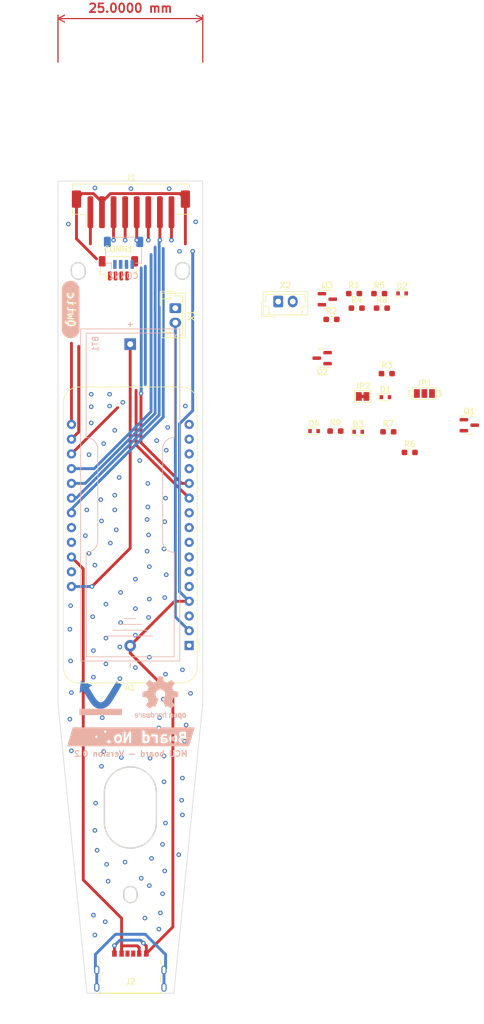
<source format=kicad_pcb>
(kicad_pcb (version 20211014) (generator pcbnew)
  (layers (0 "F.Cu" signal) (31 "B.Cu" signal) (34 "B.Paste" user) (35 "F.Paste" user) (36 "B.SilkS" user "B.Silkscreen") (37 "F.SilkS" user "F.Silkscreen") (38 "B.Mask" user) (39 "F.Mask" user) (44 "Edge.Cuts" user))
  (net 0 "")
  (net 3 "3.3V")
  (net 14 "GND")
  (net 15 "Net-(A1-Pad18)")
  (net 16 "unconnected-(A1-Pad19)")
  (net 18 "KeepAlive")
  (net 19 "Net-(A1-Pad17)")
  (net 20 "Trigger")
  (net 21 "USB_pwr")
  (net 22 "Net-(A1-Pad11)")
  (net 23 "Net-(A1-Pad12)")
  (net 24 "Net-(A1-Pad20)")
  (net 25 "Net-(A1-Pad21)")
  (net 26 "Net-(A1-Pad22)")
  (net 27 "Net-(A1-Pad23)")
  (net 28 "power for the esp32")
  (net 29 "Net-(J2-PadS1)")
  (net 30 "Net-(BT1-Pad1)")
  (net 31 "Net-(D1-Pad1)")
  (net 32 "Net-(D1-Pad2)")
  (net 33 "Net-(D2-Pad1)")
  (net 34 "Net-(D3-Pad1)")
  (net 35 "Net-(D3-Pad2)")
  (net 36 "Net-(D4-Pad1)")
  (net 37 "Net-(J2-PadA5)")
  (net 38 "Net-(J2-PadB5)")
  (net 39 "Net-(JP1-Pad2)")
  (net 40 "Net-(Q1-Pad1)")
  (net 41 "Net-(Q1-Pad2)")
  (net 42 "Net-(Q1-Pad3)")
  (net 43 "Net-(Q2-Pad1)")
  (footprint "Connector_JST:JST_EH_B2B-EH-A_1x02_P2.50mm_Vertical" (layer "F.Cu") (at 118.41 56.916 -90)
    (fp_text reference "X1" (at 1.25 -2.8 -270) (layer "F.SilkS"))
    (fp_text value "CON_JST_PH_2PIN_MTPH2")
    (pad "1" thru_hole roundrect (at 0 0 270) (size 1.7 2) (drill 1) (layers *.Cu *.Mask) (roundrect_rratio 0.1470588235) (net 39 "Net-(JP1-Pad2)"))
    (pad "2" thru_hole oval (at 2.5 0 270) (size 1.7 2) (drill 1) (layers *.Cu *.Mask) (net 30 "Net-(BT1-Pad1)"))
  )
  (footprint "Resistor_SMD:R_0603_1608Metric_Pad0.98x0.95mm_HandSolder" (layer "F.Cu") (at 154.069 56.913)
    (fp_text reference "R8" (at 0 -1.43) (layer "F.SilkS"))
    (fp_text value "100k")
    (pad "1" smd roundrect (at -0.9125 0) (size 0.975 0.95) (layers "F.Cu" "F.Paste" "F.Mask") (net 14 "GND"))
    (pad "2" smd roundrect (at 0.9125 0) (size 0.975 0.95) (layers "F.Cu" "F.Paste" "F.Mask") (net 34 "Net-(D3-Pad1)"))
  )
  (footprint "Resistor_SMD:R_0603_1608Metric_Pad0.98x0.95mm_HandSolder" (layer "F.Cu") (at 149.719 56.913)
    (fp_text reference "R4" (at 0 -1.43) (layer "F.SilkS"))
    (fp_text value "100k")
    (pad "1" smd roundrect (at -0.9125 0) (size 0.975 0.95) (layers "F.Cu" "F.Paste" "F.Mask") (net 30 "Net-(BT1-Pad1)"))
    (pad "2" smd roundrect (at 0.9125 0) (size 0.975 0.95) (layers "F.Cu" "F.Paste" "F.Mask") (net 43 "Net-(Q2-Pad1)"))
  )
  (footprint "Jumper:SolderJumper-2_P1.3mm_Bridged_Pad1.0x1.5mm" (layer "F.Cu") (at 150.749 72.136)
    (fp_text reference "JP2" (at 0 -1.8) (layer "F.SilkS"))
    (fp_text value "SolderJumper_2_Bridged")
    (fp_poly (pts (xy -0.25 -0.3) (xy 0.25 -0.3) (xy 0.25 0.3) (xy -0.25 0.3)) (layer "F.Cu") (width 0) (fill solid))
    (pad "1" smd rect (at -0.65 0) (size 1 1.5) (layers "F.Cu" "F.Mask") (net 33 "Net-(D2-Pad1)"))
    (pad "2" smd rect (at 0.65 0) (size 1 1.5) (layers "F.Cu" "F.Mask") (net 31 "Net-(D1-Pad1)"))
  )
  (footprint "Diode_SMD:D_SOD-523" (layer "F.Cu") (at 157.569 54.373)
    (fp_text reference "D2" (at 0 -1.3) (layer "F.SilkS"))
    (fp_text value "BAS516")
    (pad "1" smd rect (at -0.7 0 180) (size 0.6 0.7) (layers "F.Cu" "F.Paste" "F.Mask") (net 33 "Net-(D2-Pad1)"))
    (pad "2" smd rect (at 0.7 0 180) (size 0.6 0.7) (layers "F.Cu" "F.Paste" "F.Mask") (net 21 "USB_pwr"))
  )
  (footprint "Resistor_SMD:R_0603_1608Metric_Pad0.98x0.95mm_HandSolder" (layer "F.Cu") (at 154.9165 68.199)
    (fp_text reference "R3" (at 0 -1.43) (layer "F.SilkS"))
    (fp_text value "1k")
    (pad "1" smd roundrect (at -0.9125 0) (size 0.975 0.95) (layers "F.Cu" "F.Paste" "F.Mask") (net 31 "Net-(D1-Pad1)"))
    (pad "2" smd roundrect (at 0.9125 0) (size 0.975 0.95) (layers "F.Cu" "F.Paste" "F.Mask") (net 40 "Net-(Q1-Pad1)"))
  )
  (footprint "Diode_SMD:D_SOD-523" (layer "F.Cu") (at 154.686 72.263)
    (fp_text reference "D1" (at 0 -1.3) (layer "F.SilkS"))
    (fp_text value "BAS516")
    (pad "1" smd rect (at -0.7 0 180) (size 0.6 0.7) (layers "F.Cu" "F.Paste" "F.Mask") (net 31 "Net-(D1-Pad1)"))
    (pad "2" smd rect (at 0.7 0 180) (size 0.6 0.7) (layers "F.Cu" "F.Paste" "F.Mask") (net 32 "Net-(D1-Pad2)"))
  )
  (footprint "Resistor_SMD:R_0603_1608Metric_Pad0.98x0.95mm_HandSolder" (layer "F.Cu") (at 155.194 78.232)
    (fp_text reference "R7" (at 0 -1.43) (layer "F.SilkS"))
    (fp_text value "10k")
    (pad "1" smd roundrect (at -0.9125 0) (size 0.975 0.95) (layers "F.Cu" "F.Paste" "F.Mask") (net 35 "Net-(D3-Pad2)"))
    (pad "2" smd roundrect (at 0.9125 0) (size 0.975 0.95) (layers "F.Cu" "F.Paste" "F.Mask") (net 41 "Net-(Q1-Pad2)"))
  )
  (footprint "Package_TO_SOT_SMD:SOT-23" (layer "F.Cu") (at 169.164 77.089)
    (fp_text reference "Q1" (at 0 -2.4) (layer "F.SilkS"))
    (fp_text value "BC818")
    (pad "1" smd roundrect (at -0.9375 -0.95) (size 1.475 0.6) (layers "F.Cu" "F.Paste" "F.Mask") (net 40 "Net-(Q1-Pad1)"))
    (pad "2" smd roundrect (at -0.9375 0.95) (size 1.475 0.6) (layers "F.Cu" "F.Paste" "F.Mask") (net 41 "Net-(Q1-Pad2)"))
    (pad "3" smd roundrect (at 0.9375 0) (size 1.475 0.6) (layers "F.Cu" "F.Paste" "F.Mask") (net 42 "Net-(Q1-Pad3)"))
  )
  (footprint "Resistor_SMD:R_0603_1608Metric_Pad0.98x0.95mm_HandSolder" (layer "F.Cu") (at 149.269 54.403)
    (fp_text reference "R1" (at 0 -1.43) (layer "F.SilkS"))
    (fp_text value "5.1k")
    (pad "1" smd roundrect (at -0.9125 0) (size 0.975 0.95) (layers "F.Cu" "F.Paste" "F.Mask") (net 37 "Net-(J2-PadA5)"))
    (pad "2" smd roundrect (at 0.9125 0) (size 0.975 0.95) (layers "F.Cu" "F.Paste" "F.Mask") (net 14 "GND"))
  )
  (footprint "Connector_JST:JST_SH_BM04B-SRSS-TB_1x04-1MP_P1.00mm_Vertical" (layer "F.Cu") (at 108.585 50.038)
    (fp_text reference "CONN1" (at 0 -3.3) (layer "F.SilkS"))
    (fp_text value "STEMMA_I2C_QT")
    (pad "1" smd roundrect (at -1.5 1.325) (size 0.6 1.55) (layers "F.Cu" "F.Paste" "F.Mask") (net 14 "GND"))
    (pad "2" smd roundrect (at -0.5 1.325) (size 0.6 1.55) (layers "F.Cu" "F.Paste" "F.Mask") (net 3 "3.3V"))
    (pad "3" smd roundrect (at 0.5 1.325) (size 0.6 1.55) (layers "F.Cu" "F.Paste" "F.Mask") (net 19 "Net-(A1-Pad17)"))
    (pad "4" smd roundrect (at 1.5 1.325) (size 0.6 1.55) (layers "F.Cu" "F.Paste" "F.Mask") (net 15 "Net-(A1-Pad18)"))
    (pad "MP" smd roundrect (at 2.8 -1.2) (size 1.2 1.8) (layers "F.Cu" "F.Paste" "F.Mask") (roundrect_rratio 0.2083333333))
    (pad "MP" smd roundrect (at -2.8 -1.2) (size 1.2 1.8) (layers "F.Cu" "F.Paste" "F.Mask") (roundrect_rratio 0.2083333333))
  )
  (footprint "Module:Adafruit_Feather" (layer "F.Cu") (at 120.7965 115.062 180)
    (fp_text reference "A1" (at 10.1525 -7.25) (layer "F.SilkS"))
    (fp_text value "Adafruit_Feather_HUZZAH32_ESP32")
    (pad "1" thru_hole rect (at 0 0) (size 1.6 1.6) (drill 0.8) (layers *.Cu *.Mask))
    (pad "2" thru_hole circle (at 0 2.54) (size 1.6 1.6) (drill 0.8) (layers *.Cu *.Mask) (net 3 "3.3V"))
    (pad "3" thru_hole circle (at 0 5.08) (size 1.6 1.6) (drill 0.8) (layers *.Cu *.Mask))
    (pad "4" thru_hole circle (at 0 7.62) (size 1.6 1.6) (drill 0.8) (layers *.Cu *.Mask) (net 14 "GND"))
    (pad "5" thru_hole circle (at 0 10.16) (size 1.6 1.6) (drill 0.8) (layers *.Cu *.Mask))
    (pad "6" thru_hole circle (at 0 12.7) (size 1.6 1.6) (drill 0.8) (layers *.Cu *.Mask))
    (pad "7" thru_hole circle (at 0 15.24) (size 1.6 1.6) (drill 0.8) (layers *.Cu *.Mask))
    (pad "8" thru_hole circle (at 0 17.78) (size 1.6 1.6) (drill 0.8) (layers *.Cu *.Mask))
    (pad "9" thru_hole circle (at 0 20.32) (size 1.6 1.6) (drill 0.8) (layers *.Cu *.Mask))
    (pad "10" thru_hole circle (at 0 22.86) (size 1.6 1.6) (drill 0.8) (layers *.Cu *.Mask))
    (pad "11" thru_hole circle (at 0 25.4) (size 1.6 1.6) (drill 0.8) (layers *.Cu *.Mask) (net 22 "Net-(A1-Pad11)"))
    (pad "12" thru_hole circle (at 0 27.94) (size 1.6 1.6) (drill 0.8) (layers *.Cu *.Mask) (net 23 "Net-(A1-Pad12)"))
    (pad "13" thru_hole circle (at 0 30.48) (size 1.6 1.6) (drill 0.8) (layers *.Cu *.Mask))
    (pad "14" thru_hole circle (at 0 33.02) (size 1.6 1.6) (drill 0.8) (layers *.Cu *.Mask))
    (pad "15" thru_hole circle (at 0 35.56) (size 1.6 1.6) (drill 0.8) (layers *.Cu *.Mask))
    (pad "16" thru_hole circle (at 0 38.1) (size 1.6 1.6) (drill 0.8) (layers *.Cu *.Mask))
    (pad "17" thru_hole circle (at 20.32 38.1) (size 1.6 1.6) (drill 0.8) (layers *.Cu *.Mask) (net 19 "Net-(A1-Pad17)"))
    (pad "18" thru_hole circle (at 20.32 35.56) (size 1.6 1.6) (drill 0.8) (layers *.Cu *.Mask) (net 15 "Net-(A1-Pad18)"))
    (pad "19" thru_hole circle (at 20.32 33.02) (size 1.6 1.6) (drill 0.8) (layers *.Cu *.Mask) (net 16 "unconnected-(A1-Pad19)"))
    (pad "20" thru_hole circle (at 20.32 30.48) (size 1.6 1.6) (drill 0.8) (layers *.Cu *.Mask) (net 24 "Net-(A1-Pad20)"))
    (pad "21" thru_hole circle (at 20.32 27.94) (size 1.6 1.6) (drill 0.8) (layers *.Cu *.Mask) (net 25 "Net-(A1-Pad21)"))
    (pad "22" thru_hole circle (at 20.32 25.4) (size 1.6 1.6) (drill 0.8) (layers *.Cu *.Mask) (net 26 "Net-(A1-Pad22)"))
    (pad "23" thru_hole circle (at 20.32 22.86) (size 1.6 1.6) (drill 0.8) (layers *.Cu *.Mask) (net 27 "Net-(A1-Pad23)"))
    (pad "24" thru_hole circle (at 20.32 20.32) (size 1.6 1.6) (drill 0.8) (layers *.Cu *.Mask) (net 18 "KeepAlive"))
    (pad "25" thru_hole circle (at 20.32 17.78) (size 1.6 1.6) (drill 0.8) (layers *.Cu *.Mask) (net 20 "Trigger"))
    (pad "26" thru_hole circle (at 20.32 15.24) (size 1.6 1.6) (drill 0.8) (layers *.Cu *.Mask) (net 21 "USB_pwr"))
    (pad "27" thru_hole circle (at 20.32 12.7) (size 1.6 1.6) (drill 0.8) (layers *.Cu *.Mask))
    (pad "28" thru_hole circle (at 20.32 10.16) (size 1.6 1.6) (drill 0.8) (layers *.Cu *.Mask) (net 28 "power for the esp32"))
  )
  (footprint "kibuzzard-63988507" (layer "F.Cu") (at 100.33 57.15 90)
    (fp_text reference "kibuzzard-63988507" hide)
    (fp_text value "G***" hide)
  )
  (footprint "Resistor_SMD:R_0603_1608Metric_Pad0.98x0.95mm_HandSolder" (layer "F.Cu") (at 145.369 58.853)
    (fp_text reference "R2" (at 0 -1.43) (layer "F.SilkS"))
    (fp_text value "5.1k")
    (pad "1" smd roundrect (at -0.9125 0) (size 0.975 0.95) (layers "F.Cu" "F.Paste" "F.Mask") (net 14 "GND"))
    (pad "2" smd roundrect (at 0.9125 0) (size 0.975 0.95) (layers "F.Cu" "F.Paste" "F.Mask") (net 38 "Net-(J2-PadB5)"))
  )
  (footprint "Package_TO_SOT_SMD:SOT-23" (layer "F.Cu") (at 143.764 65.532 180)
    (fp_text reference "Q2" (at 0 -2.4) (layer "F.SilkS"))
    (fp_text value "AO3401A")
    (pad "1" smd roundrect (at -0.9375 -0.95 180) (size 1.475 0.6) (layers "F.Cu" "F.Paste" "F.Mask") (net 43 "Net-(Q2-Pad1)"))
    (pad "2" smd roundrect (at -0.9375 0.95 180) (size 1.475 0.6) (layers "F.Cu" "F.Paste" "F.Mask") (net 30 "Net-(BT1-Pad1)"))
    (pad "3" smd roundrect (at 0.9375 0 180) (size 1.475 0.6) (layers "F.Cu" "F.Paste" "F.Mask") (net 28 "power for the esp32"))
  )
  (footprint "Resistor_SMD:R_0603_1608Metric_Pad0.98x0.95mm_HandSolder" (layer "F.Cu") (at 153.619 54.403)
    (fp_text reference "R5" (at 0 -1.43) (layer "F.SilkS"))
    (fp_text value "10k")
    (pad "1" smd roundrect (at -0.9125 0) (size 0.975 0.95) (layers "F.Cu" "F.Paste" "F.Mask") (net 42 "Net-(Q1-Pad3)"))
    (pad "2" smd roundrect (at 0.9125 0) (size 0.975 0.95) (layers "F.Cu" "F.Paste" "F.Mask") (net 30 "Net-(BT1-Pad1)"))
  )
  (footprint "Resistor_SMD:R_0603_1608Metric_Pad0.98x0.95mm_HandSolder" (layer "F.Cu") (at 146.05 78.105)
    (fp_text reference "R9" (at 0 -1.43) (layer "F.SilkS"))
    (fp_text value "220")
    (pad "1" smd roundrect (at -0.9125 0) (size 0.975 0.95) (layers "F.Cu" "F.Paste" "F.Mask") (net 36 "Net-(D4-Pad1)"))
    (pad "2" smd roundrect (at 0.9125 0) (size 0.975 0.95) (layers "F.Cu" "F.Paste" "F.Mask") (net 34 "Net-(D3-Pad1)"))
  )
  (footprint "Diode_SMD:D_SOD-523" (layer "F.Cu") (at 149.987 78.232)
    (fp_text reference "D3" (at 0 -1.3) (layer "F.SilkS"))
    (fp_text value "BAS516")
    (pad "1" smd rect (at -0.7 0 180) (size 0.6 0.7) (layers "F.Cu" "F.Paste" "F.Mask") (net 34 "Net-(D3-Pad1)"))
    (pad "2" smd rect (at 0.7 0 180) (size 0.6 0.7) (layers "F.Cu" "F.Paste" "F.Mask") (net 35 "Net-(D3-Pad2)"))
  )
  (footprint "Resistor_SMD:R_0603_1608Metric_Pad0.98x0.95mm_HandSolder" (layer "F.Cu") (at 158.877 81.788)
    (fp_text reference "R6" (at 0 -1.43) (layer "F.SilkS"))
    (fp_text value "220k")
    (pad "1" smd roundrect (at -0.9125 0) (size 0.975 0.95) (layers "F.Cu" "F.Paste" "F.Mask") (net 14 "GND"))
    (pad "2" smd roundrect (at 0.9125 0) (size 0.975 0.95) (layers "F.Cu" "F.Paste" "F.Mask") (net 41 "Net-(Q1-Pad2)"))
  )
  (footprint "Connector_JST:JST_EH_B2B-EH-A_1x02_P2.50mm_Vertical" (layer "F.Cu") (at 136.179 55.773)
    (fp_text reference "X2" (at 1.25 -2.8) (layer "F.SilkS"))
    (fp_text value "CON_JST_PH_2PIN_MTPH2")
    (pad "1" thru_hole roundrect (at 0 0) (size 1.7 2) (drill 1) (layers *.Cu *.Mask) (roundrect_rratio 0.147059) (net 28 "power for the esp32"))
    (pad "2" thru_hole oval (at 2.5 0) (size 1.7 2) (drill 1) (layers *.Cu *.Mask) (net 30 "Net-(BT1-Pad1)"))
  )
  (footprint "USB4715-GF-A_REVA:GCT_USB4715-GF-A_REVA" (layer "F.Cu") (at 110.65 173)
    (fp_text reference "J2" (at 0 0) (layer "F.SilkS"))
    (fp_text value "USB4715-GF-A_REVA")
    (fp_line (start -4.40838 -4.3) (end 4.40838 -4.3) (layer "Edge.Cuts") (width 0.01))
    (fp_line (start 5.15 2) (end 5.15 -3.55838) (layer "Edge.Cuts") (width 0.01))
    (fp_line (start -5.15 -3.55838) (end -5.15 2) (layer "Edge.Cuts") (width 0.01))
    (fp_arc (start -5.3375 -3.83649) (mid -5.50355 -4.653551) (end -4.68649 -4.487499) (layer "Edge.Cuts") (width 0.01))
    (fp_arc (start -4.40838 -4.29999) (mid -4.576088 -4.351247) (end -4.68649 -4.4875) (layer "Edge.Cuts") (width 0.01))
    (fp_arc (start 4.68649 -4.4875) (mid 4.576085 -4.351259) (end 4.40838 -4.3) (layer "Edge.Cuts") (width 0.01))
    (fp_arc (start -5.3375 -3.83649) (mid -5.201253 -3.726086) (end -5.15 -3.55838) (layer "Edge.Cuts") (width 0.01))
    (fp_arc (start 5.14999 -3.55838) (mid 5.201246 -3.726082) (end 5.3375 -3.83649) (layer "Edge.Cuts") (width 0.01))
    (fp_arc (start 4.68649 -4.4875) (mid 5.503775 -4.653774) (end 5.337499 -3.83649) (layer "Edge.Cuts") (width 0.01))
    (pad "A5" smd rect (at -0.5 -4.825) (size 0.7 1.05) (layers "F.Cu" "F.Paste" "F.Mask") (net 37 "Net-(J2-PadA5)"))
    (pad "A9" smd rect (at 1.52 -4.825) (size 0.76 1.05) (layers "F.Cu" "F.Paste" "F.Mask") (net 21 "USB_pwr"))
    (pad "A12" smd rect (at 2.75 -4.825) (size 0.8 1.05) (layers "F.Cu" "F.Paste" "F.Mask") (net 14 "GND"))
    (pad "B5" smd rect (at 0.5 -4.825) (size 0.7 1.05) (layers "F.Cu" "F.Paste" "F.Mask") (net 38 "Net-(J2-PadB5)"))
    (pad "B9" smd rect (at -1.52 -4.825) (size 0.76 1.05) (layers "F.Cu" "F.Paste" "F.Mask") (net 21 "USB_pwr"))
    (pad "B12" smd rect (at -2.75 -4.825) (size 0.8 1.05) (layers "F.Cu" "F.Paste" "F.Mask") (net 14 "GND"))
    (pad "S1" thru_hole oval (at -5.8 1) (size 0.9 1.5) (drill oval 0.5 1.1) (layers *.Cu *.Mask) (net 29 "Net-(J2-PadS1)"))
    (pad "S2" thru_hole oval (at 5.8 1) (size 0.9 1.5) (drill oval 0.5 1.1) (layers *.Cu *.Mask) (net 29 "Net-(J2-PadS1)"))
    (pad "S3" thru_hole oval (at -5.8 -2) (size 0.9 1.5) (drill oval 0.5 1.1) (layers *.Cu *.Mask) (net 29 "Net-(J2-PadS1)"))
    (pad "S4" thru_hole oval (at 5.8 -2) (size 0.9 1.5) (drill oval 0.5 1.1) (layers *.Cu *.Mask) (net 29 "Net-(J2-PadS1)"))
  )
  (footprint "Diode_SMD:D_SOD-523" (layer "F.Cu") (at 142.367 78.105)
    (fp_text reference "D4" (at 0 -1.3) (layer "F.SilkS"))
    (fp_text value "BAS516")
    (pad "1" smd rect (at -0.7 0 180) (size 0.6 0.7) (layers "F.Cu" "F.Paste" "F.Mask") (net 36 "Net-(D4-Pad1)"))
    (pad "2" smd rect (at 0.7 0 180) (size 0.6 0.7) (layers "F.Cu" "F.Paste" "F.Mask") (net 18 "KeepAlive"))
  )
  (footprint "Jumper:SolderJumper-3_P1.3mm_Open_Pad1.0x1.5mm_NumberLabels" (layer "F.Cu") (at 161.417 71.628)
    (fp_text reference "JP1" (at 0 -1.8) (layer "F.SilkS"))
    (fp_text value "SolderJumper_3_Open")
    (fp_text user "1" (at -2.6 0) (layer "F.SilkS"))
    (fp_text user "3" (at 2.6 0) (layer "F.SilkS"))
    (pad "1" smd rect (at -1.3 0) (size 1 1.5) (layers "F.Cu" "F.Mask") (net 32 "Net-(D1-Pad2)"))
    (pad "2" smd rect (at 0 0) (size 1 1.5) (layers "F.Cu" "F.Mask") (net 39 "Net-(JP1-Pad2)"))
    (pad "3" smd rect (at 1.3 0) (size 1 1.5) (layers "F.Cu" "F.Mask") (net 20 "Trigger"))
  )
  (footprint "Connector_JST:JST_PH_B8B-PH-SM4-TB_1x08-1MP_P2.00mm_Vertical" (layer "F.Cu") (at 110.744 39.87)
    (fp_text reference "J1" (at 0 -5.45) (layer "F.SilkS"))
    (fp_text value "Conn_01x08_MountingPin")
    (pad "1" smd roundrect (at -7 0.5) (size 1 5.5) (layers "F.Cu" "F.Paste" "F.Mask") (net 3 "3.3V"))
    (pad "2" smd roundrect (at -5 0.5) (size 1 5.5) (layers "F.Cu" "F.Paste" "F.Mask") (net 14 "GND"))
    (pad "3" smd roundrect (at -3 0.5) (size 1 5.5) (layers "F.Cu" "F.Paste" "F.Mask") (net 23 "Net-(A1-Pad12)"))
    (pad "4" smd roundrect (at -1 0.5) (size 1 5.5) (layers "F.Cu" "F.Paste" "F.Mask") (net 22 "Net-(A1-Pad11)"))
    (pad "5" smd roundrect (at 1 0.5) (size 1 5.5) (layers "F.Cu" "F.Paste" "F.Mask") (net 24 "Net-(A1-Pad20)"))
    (pad "6" smd roundrect (at 3 0.5) (size 1 5.5) (layers "F.Cu" "F.Paste" "F.Mask") (net 25 "Net-(A1-Pad21)"))
    (pad "7" smd roundrect (at 5 0.5) (size 1 5.5) (layers "F.Cu" "F.Paste" "F.Mask") (net 26 "Net-(A1-Pad22)"))
    (pad "8" smd roundrect (at 7 0.5) (size 1 5.5) (layers "F.Cu" "F.Paste" "F.Mask") (net 27 "Net-(A1-Pad23)"))
    (pad "MP" smd roundrect (at -9.4 -1.75) (size 1.6 3) (layers "F.Cu" "F.Paste" "F.Mask") (roundrect_rratio 0.15625) (net 14 "GND"))
    (pad "MP" smd roundrect (at 9.4 -1.75) (size 1.6 3) (layers "F.Cu" "F.Paste" "F.Mask") (roundrect_rratio 0.15625) (net 14 "GND"))
  )
  (footprint "Package_TO_SOT_SMD:SOT-23" (layer "F.Cu") (at 144.649 55.373)
    (fp_text reference "Q3" (at 0 -2.4) (layer "F.SilkS"))
    (fp_text value "BC818")
    (pad "1" smd roundrect (at -0.9375 -0.95) (size 1.475 0.6) (layers "F.Cu" "F.Paste" "F.Mask") (net 34 "Net-(D3-Pad1)"))
    (pad "2" smd roundrect (at -0.9375 0.95) (size 1.475 0.6) (layers "F.Cu" "F.Paste" "F.Mask") (net 14 "GND"))
    (pad "3" smd roundrect (at 0.9375 0) (size 1.475 0.6) (layers "F.Cu" "F.Paste" "F.Mask") (net 43 "Net-(Q2-Pad1)"))
  )
  (footprint "kibuzzard-639881D9" (layer "B.Cu") (at 110.744 130.81 180)
    (fp_text reference "kibuzzard-639881D9" hide)
    (fp_text value "G***" hide)
  )
  (footprint "Symbol:OSHW-Logo2_9.8x8mm_SilkScreen" (layer "B.Cu") (at 115.824 124.107247 180)
    (fp_text reference "OSH logo" hide)
    (fp_text value "OSHW-Logo2_9.8x8mm_SilkScreen" hide)
  )
  (footprint "Connector_JST:JST_SH_SM04B-SRSS-TB_1x04-1MP_P1.00mm_Horizontal" (layer "B.Cu") (at 109.474 47.371)
    (fp_text reference "CONN2" (at 0 3.98) (layer "B.SilkS") (effects (justify mirror)))
    (fp_text value "STEMMA_I2C_QT")
    (pad "1" smd roundrect (at -1.5 2) (size 0.6 1.55) (layers "B.Cu" "B.Paste" "B.Mask") (net 14 "GND"))
    (pad "2" smd roundrect (at -0.5 2) (size 0.6 1.55) (layers "B.Cu" "B.Paste" "B.Mask") (net 3 "3.3V"))
    (pad "3" smd roundrect (at 0.5 2) (size 0.6 1.55) (layers "B.Cu" "B.Paste" "B.Mask") (net 19 "Net-(A1-Pad17)"))
    (pad "4" smd roundrect (at 1.5 2) (size 0.6 1.55) (layers "B.Cu" "B.Paste" "B.Mask") (net 15 "Net-(A1-Pad18)"))
    (pad "MP" smd roundrect (at -2.8 -1.875) (size 1.2 1.8) (layers "B.Cu" "B.Paste" "B.Mask") (roundrect_rratio 0.208333))
    (pad "MP" smd roundrect (at 2.8 -1.875) (size 1.2 1.8) (layers "B.Cu" "B.Paste" "B.Mask") (roundrect_rratio 0.208333))
  )
  (footprint "Symbol:PlasticScannerLogo" (layer "B.Cu") (at 105.537 124.206 180)
    (fp_text reference "PlasticScannerLogo" hide)
    (fp_text value "PlasticScannerLogo" hide)
    (fp_poly (pts (xy 3.44072 3.035165) (xy 3.446473 3.003007) (xy 3.454195 2.949079) (xy 3.463917 2.873109) (xy 3.475671 2.774825) (xy 3.48949 2.653953) (xy 3.505404 2.510223) (xy 3.523447 2.343361) (xy 3.54365 2.153096) (xy 3.560383 1.993489) (xy 3.576657 1.837264) (xy 3.592155 1.687995) (xy 3.606702 1.547388) (xy 3.620123 1.417146) (xy 3.632246 1.298976) (xy 3.642896 1.194581) (xy 3.6519 1.105667) (xy 3.659082 1.033939) (xy 3.66427 0.981102) (xy 3.667288 0.94886) (xy 3.668004 0.938856) (xy 3.657559 0.944153) (xy 3.629043 0.960255) (xy 3.584987 0.98569) (xy 3.527922 1.018985) (xy 3.460381 1.058665) (xy 3.384894 1.103259) (xy 3.354327 1.12138) (xy 3.275911 1.16769) (xy 3.203931 1.209778) (xy 3.141025 1.246135) (xy 3.089828 1.275253) (xy 3.052979 1.295622) (xy 3.033113 1.305735) (xy 3.030613 1.306575) (xy 3.019274 1.296967) (xy 3.000912 1.27134) (xy 2.979342 1.23507) (xy 2.977653 1.231983) (xy 2.912528 1.11484) (xy 2.836405 0.982532) (xy 2.750945 0.837671) (xy 2.657808 0.682867) (xy 2.558653 0.520732) (xy 2.45514 0.353875) (xy 2.348929 0.184908) (xy 2.241681 0.016442) (xy 2.135054 -0.148913) (xy 2.030709 -0.308546) (xy 1.930305 -0.459846) (xy 1.835502 -0.600202) (xy 1.747961 -0.727004) (xy 1.669341 -0.837641) (xy 1.614803 -0.911667) (xy 1.473197 -1.088396) (xy 1.331118 -1.242082) (xy 1.187149 -1.373644) (xy 1.039873 -1.484006) (xy 0.887872 -1.574089) (xy 0.729729 -1.644815) (xy 0.564026 -1.697105) (xy 0.389348 -1.731882) (xy 0.344535 -1.737896) (xy 0.274607 -1.743965) (xy 0.188213 -1.747714) (xy 0.092758 -1.749143) (xy -0.004349 -1.74825) (xy -0.095705 -1.745037) (xy -0.173901 -1.739502) (xy -0.189129 -1.737914) (xy -0.40661 -1.703635) (xy -0.609669 -1.650881) (xy -0.800171 -1.578785) (xy -0.979985 -1.486476) (xy -1.150976 -1.373086) (xy -1.315013 -1.237745) (xy -1.366065 -1.189923) (xy -1.439545 -1.117014) (xy -1.508064 -1.044232) (xy -1.57432 -0.968204) (xy -1.641011 -0.885561) (xy -1.710835 -0.79293) (xy -1.78649 -0.68694) (xy -1.870675 -0.56422) (xy -1.891103 -0.533905) (xy -2.019574 -0.340486) (xy -2.149048 -0.140953) (xy -2.281084 0.067209) (xy -2.417243 0.286515) (xy -2.559083 0.51948) (xy -2.708164 0.768619) (xy -2.866044 1.036447) (xy -2.88748 1.073083) (xy -2.929442 1.145111) (xy -2.978408 1.229594) (xy -3.033011 1.324138) (xy -3.091884 1.42635) (xy -3.153658 1.533838) (xy -3.216965 1.644208) (xy -3.280439 1.755068) (xy -3.342711 1.864025) (xy -3.402413 1.968685) (xy -3.458178 2.066657) (xy -3.508638 2.155547) (xy -3.552425 2.232962) (xy -3.588172 2.296509) (xy -3.61451 2.343796) (xy -3.628888 2.370187) (xy -3.631328 2.376793) (xy -3.630391 2.383982) (xy -3.624351 2.39288) (xy -3.61148 2.404619) (xy -3.590054 2.420326) (xy -3.558345 2.44113) (xy -3.514627 2.468161) (xy -3.457174 2.502547) (xy -3.384259 2.545417) (xy -3.294157 2.5979) (xy -3.18514 2.661126) (xy -3.175 2.667) (xy -3.078378 2.72286) (xy -2.988098 2.774835) (xy -2.90628 2.82172) (xy -2.835044 2.862311) (xy -2.776511 2.895402) (xy -2.732799 2.91979) (xy -2.70603 2.934268) (xy -2.69826 2.937908) (xy -2.689998 2.92799) (xy -2.671371 2.900039) (xy -2.64406 2.856762) (xy -2.609749 2.800865) (xy -2.570119 2.735056) (xy -2.528644 2.66508) (xy -2.46568 2.558693) (xy -2.393924 2.438561) (xy -2.314515 2.306525) (xy -2.228588 2.164424) (xy -2.137283 2.014101) (xy -2.041736 1.857395) (xy -1.943085 1.696149) (xy -1.842467 1.532201) (xy -1.74102 1.367394) (xy -1.639881 1.203568) (xy -1.540188 1.042563) (xy -1.443078 0.886221) (xy -1.349688 0.736383) (xy -1.261157 0.594889) (xy -1.178621 0.46358) (xy -1.103218 0.344296) (xy -1.036085 0.238879) (xy -0.978361 0.149169) (xy -0.931182 0.077008) (xy -0.90762 0.041733) (xy -0.801064 -0.109279) (xy -0.699772 -0.238758) (xy -0.602226 -0.348176) (xy -0.506908 -0.439007) (xy -0.4123 -0.512723) (xy -0.316884 -0.570796) (xy -0.238788 -0.607048) (xy -0.126767 -0.641935) (xy -0.015728 -0.655354) (xy 0.094937 -0.647025) (xy 0.205838 -0.616668) (xy 0.317581 -0.564001) (xy 0.430778 -0.488745) (xy 0.546035 -0.39062) (xy 0.663963 -0.269346) (xy 0.771433 -0.141996) (xy 0.816669 -0.082703) (xy 0.872493 -0.005335) (xy 0.93721 0.08758) (xy 1.009129 0.193512) (xy 1.086556 0.309934) (xy 1.167798 0.434318) (xy 1.251163 0.564135) (xy 1.334957 0.696857) (xy 1.360195 0.737295) (xy 1.407635 0.813941) (xy 1.460406 0.899943) (xy 1.517219 0.99314) (xy 1.576786 1.091371) (xy 1.637817 1.192476) (xy 1.699025 1.294294) (xy 1.759121 1.394665) (xy 1.816816 1.491429) (xy 1.870821 1.582424) (xy 1.919847 1.665492) (xy 1.962607 1.73847) (xy 1.99781 1.7992) (xy 2.02417 1.845519) (xy 2.040396 1.875269) (xy 2.045231 1.885754) (xy 2.035899 1.894332) (xy 2.008421 1.913471) (xy 1.96532 1.941563) (xy 1.909119 1.977002) (xy 1.842341 2.018182) (xy 1.76751 2.063497) (xy 1.742739 2.078331) (xy 1.665843 2.124635) (xy 1.596151 2.16732) (xy 1.536199 2.204779) (xy 1.488521 2.235399) (xy 1.455651 2.257572) (xy 1.440122 2.269687) (xy 1.439227 2.271154) (xy 1.450261 2.276713) (xy 1.481758 2.290091) (xy 1.531779 2.310535) (xy 1.598387 2.337295) (xy 1.679641 2.369618) (xy 1.773605 2.406753) (xy 1.878339 2.447948) (xy 1.991904 2.492452) (xy 2.112363 2.539512) (xy 2.237777 2.588376) (xy 2.366207 2.638294) (xy 2.495714 2.688513) (xy 2.624361 2.738282) (xy 2.750208 2.786849) (xy 2.871318 2.833462) (xy 2.985751 2.877369) (xy 3.09157 2.917819) (xy 3.186835 2.95406) (xy 3.269608 2.985341) (xy 3.337951 3.010909) (xy 3.389925 3.030012) (xy 3.423591 3.0419) (xy 3.436903 3.045826)) (layer "B.Cu") (width 0) (fill solid))
  )
  (footprint "kibuzzard-63988507" (layer "B.Cu") (at 100.33 57.15 90)
    (fp_text reference "kibuzzard-63988507" hide)
    (fp_text value "G***" hide)
  )
  (footprint "Battery:BatteryHolder_Keystone_2460_1xAA" (layer "B.Cu") (at 110.617 63.119 -90)
    (fp_text reference "BT1" (at -0.05 6 90) (layer "B.SilkS") (effects (justify mirror)))
    (fp_text value "Battery")
    (fp_text user "+" (at -3.4 0.06 90) (layer "B.SilkS") (effects (justify mirror)))
    (fp_text user "-" (at 55.37 0.06 90) (layer "B.SilkS") (effects (justify mirror)))
    (pad "" np_thru_hole circle (at 2.75 5.995 180) (size 2.64 2.64) (drill 2.64) (layers *.Cu *.Mask))
    (pad "" np_thru_hole circle (at 49.23 -5.995 270) (size 2.64 2.64) (drill 2.64) (layers *.Cu *.Mask))
    (pad "1" thru_hole rect (at 0 0 90) (size 2 2) (drill 1.02) (layers *.Cu *.Mask) (net 30 "Net-(BT1-Pad1)"))
    (pad "2" thru_hole circle (at 51.99 0 90) (size 2 2) (drill 1.02) (layers *.Cu *.Mask) (net 14 "GND"))
  )
  (gr_line (start 118.475041 50.150757) (end 118.433326 50.649014) (layer "Edge.Cuts") (width 0.25))
  (gr_line (start 115.15 140.5) (end 115.15 145.5) (layer "Edge.Cuts") (width 0.25))
  (gr_line (start 120.866674 50.350986) (end 120.824959 50.849243) (layer "Edge.Cuts") (width 0.25))
  (gr_line (start 115.8 175) (end 118.15 175) (layer "Edge.Cuts") (width 0.1))
  (gr_line (start 103.15 175) (end 98.15 125) (layer "Edge.Cuts") (width 0.1))
  (gr_arc (start 111.8 158.25) (mid 110.65 159.4) (end 109.5 158.25) (layer "Edge.Cuts") (width 0.25))
  (gr_line (start 123.15 125) (end 123.15 35) (layer "Edge.Cuts") (width 0.1))
  (gr_line (start 106.15 140.5) (end 106.15 145.5) (layer "Edge.Cuts") (width 0.25))
  (gr_line (start 98.15 125) (end 98.15 35) (layer "Edge.Cuts") (width 0.1))
  (gr_arc (start 115.15 145.5) (mid 110.65 150) (end 106.15 145.5) (layer "Edge.Cuts") (width 0.25))
  (gr_arc (start 100.433326 50.350986) (mid 101.529026 49.055056) (end 102.824959 50.150757) (layer "Edge.Cuts") (width 0.25))
  (gr_line (start 102.824959 50.150757) (end 102.866674 50.649014) (layer "Edge.Cuts") (width 0.25))
  (gr_arc (start 102.866674 50.649014) (mid 101.770974 51.944944) (end 100.475041 50.849243) (layer "Edge.Cuts") (width 0.25))
  (gr_line (start 105.5 175) (end 103.15 175) (layer "Edge.Cuts") (width 0.1))
  (gr_line (start 123.15 125) (end 118.15 175) (layer "Edge.Cuts") (width 0.1))
  (gr_arc (start 109.5 157.75) (mid 110.65 156.6) (end 111.8 157.75) (layer "Edge.Cuts") (width 0.25))
  (gr_line (start 109.5 157.75) (end 109.5 158.25) (layer "Edge.Cuts") (width 0.25))
  (gr_arc (start 106.15 140.5) (mid 110.65 136) (end 115.15 140.5) (layer "Edge.Cuts") (width 0.25))
  (gr_line (start 100.433326 50.350986) (end 100.475041 50.849243) (layer "Edge.Cuts") (width 0.25))
  (gr_line (start 123.15 35) (end 98.15 35) (layer "Edge.Cuts") (width 0.1))
  (gr_line (start 111.8 157.75) (end 111.8 158.25) (layer "Edge.Cuts") (width 0.25))
  (gr_arc (start 118.475041 50.150757) (mid 119.770975 49.055051) (end 120.866674 50.350986) (layer "Edge.Cuts") (width 0.25))
  (gr_arc (start 120.824959 50.849243) (mid 119.529025 51.944949) (end 118.433326 50.649014) (layer "Edge.Cuts") (width 0.25))
  (gr_text "MCU board - Version 0.2" (at 110.744 133.731) (layer "B.SilkS") (effects (font (size 1 1) (thickness 0.2)) (justify mirror)))
  (dimension (type aligned) (layer "F.Cu") (pts (xy 123.15 15) (xy 98.15 15)) (height 7.999999) (gr_text "25.0000 mm" (at 110.65 5.200001) (layer "F.Cu") (effects (font (size 1.5 1.5) (thickness 0.3)))) (format (units 3) (units_format 1) (precision 4)) (style (thickness 0.2) (arrow_length 1.27) (text_position_mode 0) (extension_height 0.58642) (extension_offset 0.5) keep_text_aligned))
  (segment (start 103.744 40.37) (end 103.744 45.832) (width 0.5) (layer "F.Cu") (net 3))
  (segment (start 118.41 110.1355) (end 120.7965 112.522) (width 0.5) (layer "B.Cu") (net 3))
  (segment (start 118.41 59.416) (end 118.41 110.1355) (width 0.5) (layer "B.Cu") (net 3))
  (segment (start 117.987612 123.749612) (end 110.617 116.379) (width 0.5) (layer "F.Cu") (net 14))
  (segment (start 113.4 168.175) (end 113.4 166.867) (width 0.5) (layer "F.Cu") (net 14))
  (segment (start 105.744 38.63073) (end 107.20425 37.17048) (width 0.5) (layer "F.Cu") (net 14))
  (segment (start 107.9 168.175) (end 107.9 166.801) (width 0.5) (layer "F.Cu") (net 14))
  (segment (start 101.344 38.12) (end 102.29352 37.17048) (width 0.5) (layer "F.Cu") (net 14))
  (segment (start 110.617 116.379) (end 110.617 115.109) (width 0.5) (layer "F.Cu") (net 14))
  (segment (start 110.617 115.109) (end 118.284 107.442) (width 0.5) (layer "F.Cu") (net 14))
  (segment (start 104.28375 37.17048) (end 105.744 38.63073) (width 0.5) (layer "F.Cu") (net 14))
  (segment (start 117.987612 163.587388) (end 117.987612 123.749612) (width 0.5) (layer "F.Cu") (net 14))
  (segment (start 107.20425 37.17048) (end 119.19448 37.17048) (width 0.5) (layer "F.Cu") (net 14))
  (segment (start 102.29352 37.17048) (end 104.28375 37.17048) (width 0.5) (layer "F.Cu") (net 14))
  (segment (start 101.344 44.956) (end 101.344 38.12) (width 0.5) (layer "F.Cu") (net 14))
  (segment (start 118.284 107.442) (end 120.7965 107.442) (width 0.5) (layer "F.Cu") (net 14))
  (segment (start 113.4 166.867) (end 112.903 166.37) (width 0.5) (layer "F.Cu") (net 14))
  (segment (start 120.144 38.12) (end 120.144 45.849) (width 0.5) (layer "F.Cu") (net 14))
  (segment (start 105.744 40.37) (end 105.744 38.63073) (width 0.5) (layer "F.Cu") (net 14))
  (segment (start 113.4 168.175) (end 117.987612 163.587388) (width 0.5) (layer "F.Cu") (net 14))
  (segment (start 107.9 166.801) (end 107.95 166.751) (width 0.5) (layer "F.Cu") (net 14))
  (segment (start 119.19448 37.17048) (end 120.144 38.12) (width 0.5) (layer "F.Cu") (net 14))
  (segment (start 104.799 48.411) (end 101.344 44.956) (width 0.5) (layer "F.Cu") (net 14))
  (via (at 106.045 133.35) (size 0.8) (drill 0.4) (layers "F.Cu" "B.Cu") (net 14))
  (via (at 109.728 152.4) (size 0.8) (drill 0.4) (layers "F.Cu" "B.Cu") (net 14))
  (via (at 106.426 118.237) (size 0.8) (drill 0.4) (layers "F.Cu" "B.Cu") (net 14))
  (via (at 116.586 93.726) (size 0.8) (drill 0.4) (layers "F.Cu" "B.Cu") (net 14))
  (via (at 120.269 128.778) (size 0.8) (drill 0.4) (layers "F.Cu" "B.Cu") (net 14))
  (via (at 116.586 153.924) (size 0.8) (drill 0.4) (layers "F.Cu" "B.Cu") (net 14))
  (via (at 107.061 71.755) (size 0.8) (drill 0.4) (layers "F.Cu" "B.Cu") (net 14))
  (via (at 116.713 120.015) (size 0.8) (drill 0.4) (layers "F.Cu" "B.Cu") (net 14))
  (via (at 113.919 101.473) (size 0.8) (drill 0.4) (layers "F.Cu" "B.Cu") (net 14))
  (via (at 113.665 91.186) (size 0.8) (drill 0.4) (layers "F.Cu" "B.Cu") (net 14))
  (via (at 121.031 123.317) (size 0.8) (drill 0.4) (layers "F.Cu" "B.Cu") (net 14))
  (via (at 108.839 120.777) (size 0.8) (drill 0.4) (layers "F.Cu" "B.Cu") (net 14))
  (via (at 107.9 166.801) (size 0.8) (drill 0.4) (layers "F.Cu" "B.Cu") (net 14))
  (via (at 100.203 127.762) (size 0.8) (drill 0.4) (layers "F.Cu" "B.Cu") (net 14))
  (via (at 120.142 73.787) (size 0.8) (drill 0.4) (layers "F.Cu" "B.Cu") (net 14))
  (via (at 103.886 71.755) (size 0.8) (drill 0.4) (layers "F.Cu" "B.Cu") (net 14))
  (via (at 116.459 98.425) (size 0.8) (drill 0.4) (layers "F.Cu" "B.Cu") (net 14))
  (via (at 115.697 127.508) (size 0.8) (drill 0.4) (layers "F.Cu" "B.Cu") (net 14))
  (via (at 116.205 149.352) (size 0.8) (drill 0.4) (layers "F.Cu" "B.Cu") (net 14))
  (via (at 116.459 134.112) (size 0.8) (drill 0.4) (layers "F.Cu" "B.Cu") (net 14))
  (via (at 112.268 83.185) (size 0.8) (drill 0.4) (layers "F.Cu" "B.Cu") (net 14))
  (via (at 119.634 137.922) (size 0.8) (drill 0.4) (layers "F.Cu" "B.Cu") (net 14))
  (via (at 104.521 164.973) (size 0.8) (drill 0.4) (layers "F.Cu" "B.Cu") (net 14))
  (via (at 100.33 108.204) (size 0.8) (drill 0.4) (layers "F.Cu" "B.Cu") (net 14))
  (via (at 109.347 73.152) (size 0.8) (drill 0.4) (layers "F.Cu" "B.Cu") (net 14))
  (via (at 116.84 81.407) (size 0.8) (drill 0.4) (layers "F.Cu" "B.Cu") (net 14))
  (via (at 113.919 117.094) (size 0.8) (drill 0.4) (layers "F.Cu" "B.Cu") (net 14))
  (via (at 104.902 150.368) (size 0.8) (drill 0.4) (layers "F.Cu" "B.Cu") (net 14))
  (via (at 100.457 133.223) (size 0.8) (drill 0.4) (layers "F.Cu" "B.Cu") (net 14))
  (via (at 112.522 155.194) (size 0.8) (drill 0.4) (layers "F.Cu" "B.Cu") (net 14))
  (via (at 117.348 36.322) (size 0.8) (drill 0.4) (layers "F.Cu" "B.Cu") (net 14))
  (via (at 113.792 110.236) (size 0.8) (drill 0.4) (layers "F.Cu" "B.Cu") (net 14))
  (via (at 118.999 151.13) (size 0.8) (drill 0.4) (layers "F.Cu" "B.Cu") (net 14))
  (via (at 102.87 96.139) (size 0.8) (drill 0.4) (layers "F.Cu" "B.Cu") (net 14))
  (via (at 105.664 135.89) (size 0.8) (drill 0.4) (layers "F.Cu" "B.Cu") (net 14))
  (via (at 107.95 77.978) (size 0.8) (drill 0.4) (layers "F.Cu" "B.Cu") (net 14))
  (via (at 110.744 36.322) (size 0.8) (drill 0.4) (layers "F.Cu" "B.Cu") (net 14))
  (via (at 113.919 156.464) (size 0.8) (drill 0.4) (layers "F.Cu" "B.Cu") (net 14))
  (via (at 107.95 91.694) (size 0.8) (drill 0.4) (layers "F.Cu" "B.Cu") (net 14))
  (via (at 111.506 103.632) (size 0.8) (drill 0.4) (layers "F.Cu" "B.Cu") (net 14))
  (via (at 104.521 101.219) (size 0.8) (drill 0.4) (layers "F.Cu" "B.Cu") (net 14))
  (via (at 116.84 102.87) (size 0.8) (drill 0.4) (layers "F.Cu" "B.Cu") (net 14))
  (via (at 100.33 117.729) (size 0.8) (drill 0.4) (layers "F.Cu" "B.Cu") (net 14))
  (via (at 104.521 36.195) (size 0.8) (drill 0.4) (layers "F.Cu" "B.Cu") (net 14))
  (via (at 108.712 86.106) (size 0.8) (drill 0.4) (layers "F.Cu" "B.Cu") (net 14))
  (via (at 107.188 97.409) (size 0.8) (drill 0.4) (layers "F.Cu" "B.Cu") (net 14))
  (via (at 114.046 134.493) (size 0.8) (drill 0.4) (layers "F.Cu" "B.Cu") (net 14))
  (via (at 113.538 93.345) (size 0.8) (drill 0.4) (layers "F.Cu" "B.Cu") (net 14))
  (via (at 114.3 151.765) (size 0.8) (drill 0.4) (layers "F.Cu" "B.Cu") (net 14))
  (via (at 103.505 99.187) (size 0.8) (drill 0.4) (layers "F.Cu" "B.Cu") (net 14))
  (via (at 105.537 89.916) (size 0.8) (drill 0.4) (layers "F.Cu" "B.Cu") (net 14))
  (via (at 107.95 89.154) (size 0.8) (drill 0.4) (layers "F.Cu" "B.Cu") (net 14))
  (via (at 100.203 112.268) (size 0.8) (drill 0.4) (layers "F.Cu" "B.Cu") (net 14))
  (via (at 106.426 107.95) (size 0.8) (drill 0.4) (layers "F.Cu" "B.Cu") (net 14))
  (via (at 113.538 98.806) (size 0.8) (drill 0.4) (layers "F.Cu" "B.Cu") (net 14))
  (via (at 119.126 47.117) (size 0.8) (drill 0.4) (layers "F.Cu" "B.Cu") (net 14))
  (via (at 117.094 77.47) (size 0.8) (drill 0.4) (layers "F.Cu" "B.Cu") (net 14))
  (via (at 116.586 106.807) (size 0.8) (drill 0.4) (layers "F.Cu" "B.Cu") (net 14))
  (via (at 115.57 163.957) (size 0.8) (drill 0.4) (layers "F.Cu" "B.Cu") (net 14))
  (via (at 113.792 96.012) (size 0.8) (drill 0.4) (layers "F.Cu" "B.Cu") (net 14))
  (via (at 105.664 93.599) (size 0.8) (drill 0.4) (layers "F.Cu" "B.Cu") (net 14))
  (via (at 104.648 142.24) (size 0.8) (drill 0.4) (layers "F.Cu" "B.Cu") (net 14))
  (via (at 108.966 105.918) (size 0.8) (drill 0.4) (layers "F.Cu" "B.Cu") (net 14))
  (via (at 106.045 80.264) (size 0.8) (drill 0.4) (layers "F.Cu" "B.Cu") (net 14))
  (via (at 116.459 138.557) (size 0.8) (drill 0.4) (layers "F.Cu" "B.Cu") (net 14))
  (via (at 119.634 144.272) (size 0.8) (drill 0.4) (layers "F.Cu" "B.Cu") (net 14))
  (via (at 112.903 166.37) (size 0.8) (drill 0.4) (layers "F.Cu" "B.Cu") (net 14))
  (via (at 120.015 131.572) (size 0.8) (drill 0.4) (layers "F.Cu" "B.Cu") (net 14))
  (via (at 113.665 87.122) (size 0.8) (drill 0.4) (layers "F.Cu" "B.Cu") (net 14))
  (via (at 108.839 115.316) (size 0.8) (drill 0.4) (layers "F.Cu" "B.Cu") (net 14))
  (via (at 106.807 155.702) (size 0.8) (drill 0.4) (layers "F.Cu" "B.Cu") (net 14))
  (via (at 106.299 129.921) (size 0.8) (drill 0.4) (layers "F.Cu" "B.Cu") (net 14))
  (via (at 104.14 110.109) (size 0.8) (drill 0.4) (layers "F.Cu" "B.Cu") (net 14))
  (via (at 105.791 127.508) (size 0.8) (drill 0.4) (layers "F.Cu" "B.Cu") (net 14))
  (via (at 111.506 113.284) (size 0.8) (drill 0.4) (layers "F.Cu" "B.Cu") (net 14))
  (via (at 103.886 73.914) (size 0.8) (drill 0.4) (layers "F.Cu" "B.Cu") (net 14))
  (via (at 104.267 115.951) (size 0.8) (drill 0.4) (layers "F.Cu" "B.Cu") (net 14))
  (via (at 109.093 134.366) (size 0.8) (drill 0.4) (layers "F.Cu" "B.Cu") (net 14))
  (via (at 119.507 141.732) (size 0.8) (drill 0.4) (layers "F.Cu" "B.Cu") (net 14))
  (via (at 116.205 157.861) (size 0.8) (drill 0.4) (layers "F.Cu" "B.Cu") (net 14))
  (via (at 104.775 130.81) (size 0.8) (drill 0.4) (layers "F.Cu" "B.Cu") (net 14))
  (via (at 121.412 47.117) (size 0.8) (drill 0.4) (layers "F.Cu" "B.Cu") (net 14))
  (via (at 115.824 161.163) (size 0.8) (drill 0.4) (layers "F.Cu" "B.Cu") (net 14))
  (via (at 106.553 152.781) (size 0.8) (drill 0.4) (layers "F.Cu" "B.Cu") (net 14))
  (via (at 99.949 42.418) (size 0.8) (drill 0.4) (layers "F.Cu" "B.Cu") (net 14))
  (via (at 119.634 119.253) (size 0.8) (drill 0.4) (layers "F.Cu" "B.Cu") (net 14))
  (via (at 116.713 89.662) (size 0.8) (drill 0.4) (layers "F.Cu" "B.Cu") (net 14))
  (via (at 104.521 146.939) (size 0.8) (drill 0.4) (layers "F.Cu" "B.Cu") (net 14))
  (via (at 106.299 162.687) (size 0.8) (drill 0.4) (layers "F.Cu" "B.Cu") (net 14))
  (via (at 115.189 79.756) (size 0.8) (drill 0.4) (layers "F.Cu" "B.Cu") (net 14))
  (via (at 107.061 73.787) (size 0.8) (drill 0.4) (layers "F.Cu" "B.Cu") (net 14))
  (via (at 103.505 82.169) (size 0.8) (drill 0.4) (layers "F.Cu" "B.Cu") (net 14))
  (via (at 108.966 111.125) (size 0.8) (drill 0.4) (layers "F.Cu" "B.Cu") (net 14))
  (via (at 115.57 129.286) (size 0.8) (drill 0.4) (layers "F.Cu" "B.Cu") (net 14))
  (via (at 103.124 91.694) (size 0.8) (drill 0.4) (layers "F.Cu" "B.Cu") (net 14))
  (via (at 106.426 113.792) (size 0.8) (drill 0.4) (layers "F.Cu" "B.Cu") (net 14))
  (via (at 113.919 107.061) (size 0.8) (drill 0.4) (layers "F.Cu" "B.Cu") (net 14))
  (via (at 111.506 118.872) (size 0.8) (drill 0.4) (layers "F.Cu" "B.Cu") (net 14))
  (via (at 116.332 124.333) (size 0.8) (drill 0.4) (layers "F.Cu" "B.Cu") (net 14))
  (via (at 104.267 161.544) (size 0.8) (drill 0.4) (layers "F.Cu" "B.Cu") (net 14))
  (via (at 103.886 76.708) (size 0.8) (drill 0.4) (layers "F.Cu" "B.Cu") (net 14))
  (via (at 116.713 145.669) (size 0.8) (drill 0.4) (layers "F.Cu" "B.Cu") (net 14))
  (via (at 113.157 162.052) (size 0.8) (drill 0.4) (layers "F.Cu" "B.Cu") (net 14))
  (via (at 108.204 95.123) (size 0.8) (drill 0.4) (layers "F.Cu" "B.Cu") (net 14))
  (via (at 121.92 42.037) (size 0.8) (drill 0.4) (layers "F.Cu" "B.Cu") (net 14))
  (via (at 100.457 123.19) (size 0.8) (drill 0.4) (layers "F.Cu" "B.Cu") (net 14))
  (via (at 111.506 108.712) (size 0.8) (drill 0.4) (layers "F.Cu" "B.Cu") (net 14))
  (via (at 104.267 120.523) (size 0.8) (drill 0.4) (layers "F.Cu" "B.Cu") (net 14))
  (segment (start 121.412 74.579424) (end 119.126 76.865424) (width 0.5) (layer "B.Cu") (net 14))
  (segment (start 107.9 166.801) (end 108.839 165.862) (width 0.5) (layer "B.Cu") (net 14))
  (segment (start 119.126 76.865424) (end 119.126 105.7715) (width 0.5) (layer "B.Cu") (net 14))
  (segment (start 112.395 165.862) (end 112.903 166.37) (width 0.5) (layer "B.Cu") (net 14))
  (segment (start 121.412 47.117) (end 121.412 74.579424) (width 0.5) (layer "B.Cu") (net 14))
  (segment (start 119.126 105.7715) (end 120.7965 107.442) (width 0.5) (layer "B.Cu") (net 14))
  (segment (start 108.839 165.862) (end 112.395 165.862) (width 0.5) (layer "B.Cu") (net 14))
  (segment (start 101.726011 78.252489) (end 100.4765 79.502) (width 0.5) (layer "F.Cu") (net 15))
  (segment (start 101.726011 63.500989) (end 101.726011 78.252489) (width 0.5) (layer "F.Cu") (net 15))
  (segment (start 100.4765 82.042) (end 108.458 74.0605) (width 0.5) (layer "F.Cu") (net 16))
  (segment (start 100.4765 76.962) (end 100.4765 62.9725) (width 0.5) (layer "F.Cu") (net 19))
  (segment (start 102.5085 155.4675) (end 109.13 162.089) (width 0.5) (layer "F.Cu") (net 21))
  (segment (start 112.17 168.175) (end 112.17 167.15) (width 0.5) (layer "F.Cu") (net 21))
  (segment (start 109.13 168.175) (end 109.13 166.841) (width 0.5) (layer "F.Cu") (net 21))
  (segment (start 111.861 166.841) (end 109.13 166.841) (width 0.5) (layer "F.Cu") (net 21))
  (segment (start 100.4765 99.822) (end 102.5085 101.854) (width 0.5) (layer "F.Cu") (net 21))
  (segment (start 112.17 167.15) (end 111.861 166.841) (width 0.5) (layer "F.Cu") (net 21))
  (segment (start 109.13 162.089) (end 109.13 168.175) (width 0.5) (layer "F.Cu") (net 21))
  (segment (start 102.5085 101.854) (end 102.5085 155.4675) (width 0.5) (layer "F.Cu") (net 21))
  (segment (start 120.7965 89.662) (end 111.633 80.4985) (width 0.5) (layer "F.Cu") (net 22))
  (segment (start 111.633 80.4985) (end 111.633 71.0805) (width 0.5) (layer "F.Cu") (net 22))
  (segment (start 109.744 40.37) (end 109.744 45.197) (width 0.5) (layer "F.Cu") (net 22))
  (via (at 109.744 45.197) (size 0.8) (drill 0.4) (layers "F.Cu" "B.Cu") (net 22))
  (segment (start 113.221511 49.685253) (end 113.221511 70.081011) (width 0.5) (layer "B.Cu") (net 22))
  (segment (start 120.7965 87.122) (end 119.507 87.122) (width 0.5) (layer "F.Cu") (net 23))
  (segment (start 112.4825 80.0975) (end 112.4825 71.628) (width 0.5) (layer "F.Cu") (net 23))
  (segment (start 107.744 40.37) (end 107.744 45.197) (width 0.5) (layer "F.Cu") (net 23))
  (segment (start 119.507 87.122) (end 112.4825 80.0975) (width 0.5) (layer "F.Cu") (net 23))
  (via (at 107.744 45.197) (size 0.8) (drill 0.4) (layers "F.Cu" "B.Cu") (net 23))
  (via (at 112.4825 71.628) (size 0.8) (drill 0.4) (layers "F.Cu" "B.Cu") (net 23))
  (segment (start 112.522 49.975) (end 112.522 71.5885) (width 0.5) (layer "B.Cu") (net 23))
  (segment (start 111.744 40.37) (end 111.744 45.197) (width 0.5) (layer "F.Cu") (net 24))
  (via (at 111.744 45.197) (size 0.8) (drill 0.4) (layers "F.Cu" "B.Cu") (net 24))
  (segment (start 104.394 84.582) (end 100.4765 84.582) (width 0.5) (layer "B.Cu") (net 24))
  (segment (start 114.221001 74.754999) (end 104.394 84.582) (width 0.5) (layer "B.Cu") (net 24))
  (segment (start 114.221001 47.674001) (end 114.221001 74.754999) (width 0.5) (layer "B.Cu") (net 24))
  (segment (start 113.744 40.37) (end 113.744 45.197) (width 0.5) (layer "F.Cu") (net 25))
  (via (at 113.744 45.197) (size 0.8) (drill 0.4) (layers "F.Cu" "B.Cu") (net 25))
  (segment (start 114.920511 46.373511) (end 114.920511 75.044747) (width 0.5) (layer "B.Cu") (net 25))
  (segment (start 102.843258 87.122) (end 100.4765 87.122) (width 0.5) (layer "B.Cu") (net 25))
  (segment (start 114.920511 75.044747) (end 102.843258 87.122) (width 0.5) (layer "B.Cu") (net 25))
  (segment (start 115.744 40.37) (end 115.744 45.197) (width 0.5) (layer "F.Cu") (net 26))
  (via (at 115.744 45.197) (size 0.8) (drill 0.4) (layers "F.Cu" "B.Cu") (net 26))
  (segment (start 115.620022 45.320978) (end 115.620021 75.334496) (width 0.5) (layer "B.Cu") (net 26))
  (segment (start 115.620021 75.334496) (end 101.292517 89.662) (width 0.5) (layer "B.Cu") (net 26))
  (segment (start 101.292517 89.662) (end 100.4765 89.662) (width 0.5) (layer "B.Cu") (net 26))
  (segment (start 117.744 40.37) (end 117.744 45.197) (width 0.5) (layer "F.Cu") (net 27))
  (via (at 117.744 45.197) (size 0.8) (drill 0.4) (layers "F.Cu" "B.Cu") (net 27))
  (segment (start 116.319532 46.621468) (end 116.319532 75.704468) (width 0.5) (layer "B.Cu") (net 27))
  (segment (start 116.319532 75.704468) (end 100.4765 91.5475) (width 0.5) (layer "B.Cu") (net 27))
  (segment (start 100.4765 91.5475) (end 100.4765 92.202) (width 0.5) (layer "B.Cu") (net 27))
  (segment (start 110.617 98.298) (end 104.013 104.902) (width 0.5) (layer "F.Cu") (net 28))
  (segment (start 110.617 63.119) (end 110.617 98.298) (width 0.5) (layer "F.Cu") (net 28))
  (via (at 104.013 104.902) (size 0.8) (drill 0.4) (layers "F.Cu" "B.Cu") (net 28))
  (segment (start 104.013 104.902) (end 100.4765 104.902) (width 0.5) (layer "B.Cu") (net 28))
  (segment (start 104.85 174) (end 104.85 171) (width 0.5) (layer "B.Cu") (net 29))
  (segment (start 113.224627 164.846) (end 116.724824 168.346197) (width 0.5) (layer "B.Cu") (net 29))
  (segment (start 104.609222 170.759222) (end 104.609222 168.313778) (width 0.5) (layer "B.Cu") (net 29))
  (segment (start 108.077 164.846) (end 113.224627 164.846) (width 0.5) (layer "B.Cu") (net 29))
  (segment (start 104.609222 168.313778) (end 108.077 164.846) (width 0.5) (layer "B.Cu") (net 29))
  (segment (start 116.724824 170.725176) (end 116.45 171) (width 0.5) (layer "B.Cu") (net 29))
  (segment (start 116.724824 168.346197) (end 116.724824 170.725176) (width 0.5) (layer "B.Cu") (net 29))
  (segment (start 104.85 171) (end 104.609222 170.759222) (width 0.5) (layer "B.Cu") (net 29))
  (segment (start 116.45 174) (end 116.45 171) (width 0.5) (layer "B.Cu") (net 29))
)
</source>
